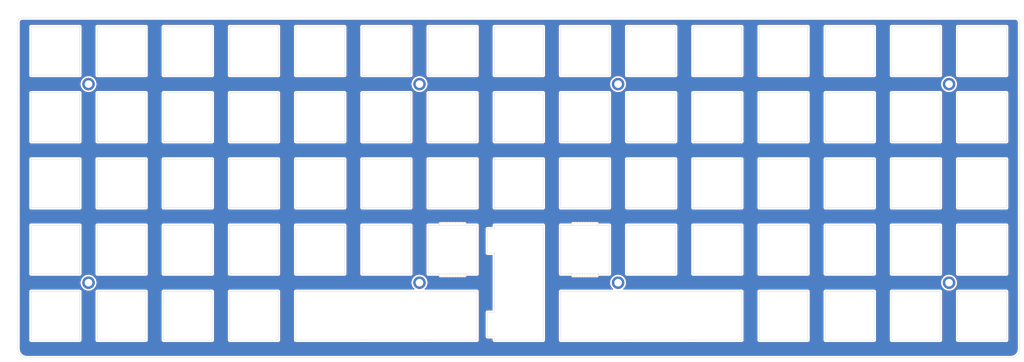
<source format=kicad_pcb>
(kicad_pcb (version 20171130) (host pcbnew "(5.1.5)-2")
  (layers (0 F.Cu signal) (31 B.Cu signal) (34 B.Paste user) (35 F.Paste user) (36 B.SilkS user) (37 F.SilkS user) (38 B.Mask user) (39 F.Mask user) (44 Edge.Cuts user))
  (net 0 "")
  (module Keebio-Parts:M2_HOLE_3.6 (layer F.Cu) (at 318.77 95.25)
    (fp_text reference Ref** hide)
    (fp_text value Val** hide)
    (pad "" thru_hole circle (at 0 0) (size 3.6 3.6) (drill 2.2) (layers *.Cu *.Mask))
  )
  (module Keebio-Parts:M2_HOLE_3.6 (layer F.Cu) (at 318.77 152.4)
    (fp_text reference Ref** hide)
    (fp_text value Val** hide)
    (pad "" thru_hole circle (at 0 0) (size 3.6 3.6) (drill 2.2) (layers *.Cu *.Mask))
  )
  (module Keebio-Parts:M2_HOLE_3.6 (layer F.Cu) (at 223.52 152.4)
    (fp_text reference Ref** hide)
    (fp_text value Val** hide)
    (pad "" thru_hole circle (at 0 0) (size 3.6 3.6) (drill 2.2) (layers *.Cu *.Mask))
  )
  (module Keebio-Parts:M2_HOLE_3.6 (layer F.Cu) (at 223.52 95.25)
    (fp_text reference Ref** hide)
    (fp_text value Val** hide)
    (pad "" thru_hole circle (at 0 0) (size 3.6 3.6) (drill 2.2) (layers *.Cu *.Mask))
  )
  (module Keebio-Parts:M2_HOLE_3.6 (layer F.Cu) (at 166.37 95.25)
    (fp_text reference Ref** hide)
    (fp_text value Val** hide)
    (pad "" thru_hole circle (at 0 0) (size 3.6 3.6) (drill 2.2) (layers *.Cu *.Mask))
  )
  (module Keebio-Parts:M2_HOLE_3.6 (layer F.Cu) (at 166.37 152.4)
    (fp_text reference Ref** hide)
    (fp_text value Val** hide)
    (pad "" thru_hole circle (at 0 0) (size 3.6 3.6) (drill 2.2) (layers *.Cu *.Mask))
  )
  (module Keebio-Parts:M2_HOLE_3.6 (layer F.Cu) (at 71.12 152.4)
    (fp_text reference Ref** hide)
    (fp_text value Val** hide)
    (pad "" thru_hole circle (at 0 0) (size 3.6 3.6) (drill 2.2) (layers *.Cu *.Mask))
  )
  (module Keebio-Parts:M2_HOLE_3.6 (layer F.Cu) (at 71.12 95.25)
    (fp_text reference Ref** hide)
    (fp_text value Val** hide)
    (pad "" thru_hole circle (at 0 0) (size 3.6 3.6) (drill 2.2) (layers *.Cu *.Mask))
  )
  (gr_line (start 211.836 135.001) (end 211.582 135.001) (layer F.SilkS) (width 0.12))
  (gr_line (start 211.582 135.001) (end 211.836 135.001) (layer B.SilkS) (width 0.12))
  (gr_line (start 213.36 135.001) (end 213.106 135.001) (layer F.SilkS) (width 0.12))
  (gr_line (start 213.106 135.001) (end 213.36 135.001) (layer B.SilkS) (width 0.12))
  (gr_line (start 214.884 135.001) (end 214.63 135.001) (layer F.SilkS) (width 0.12))
  (gr_line (start 214.63 135.001) (end 214.884 135.001) (layer B.SilkS) (width 0.12))
  (gr_line (start 216.408 135.001) (end 216.154 135.001) (layer F.SilkS) (width 0.12))
  (gr_line (start 216.154 135.001) (end 216.408 135.001) (layer B.SilkS) (width 0.12))
  (gr_line (start 217.17 135.001) (end 216.916 135.001) (layer F.SilkS) (width 0.12))
  (gr_line (start 216.916 135.001) (end 217.17 135.001) (layer B.SilkS) (width 0.12))
  (gr_line (start 175.768 135.001) (end 176.022 135.001) (layer B.SilkS) (width 0.12))
  (gr_line (start 178.054 135.001) (end 178.308 135.001) (layer B.SilkS) (width 0.12))
  (gr_line (start 176.53 135.001) (end 176.784 135.001) (layer B.SilkS) (width 0.12))
  (gr_line (start 172.72 135.001) (end 172.974 135.001) (layer B.SilkS) (width 0.12))
  (gr_line (start 172.085 135.255) (end 172.085 135.001) (layer B.SilkS) (width 0.12))
  (gr_line (start 173.482 135.001) (end 173.736 135.001) (layer B.SilkS) (width 0.12))
  (gr_line (start 179.451 135.001) (end 179.705 135.001) (layer B.SilkS) (width 0.12))
  (gr_line (start 175.006 135.001) (end 175.26 135.001) (layer B.SilkS) (width 0.12))
  (gr_line (start 177.292 135.001) (end 177.546 135.001) (layer B.SilkS) (width 0.12))
  (gr_line (start 179.705 135.255) (end 179.705 135.001) (layer B.SilkS) (width 0.12))
  (gr_line (start 179.705 135.89) (end 179.705 135.636) (layer B.SilkS) (width 0.12))
  (gr_line (start 172.085 135.89) (end 172.085 135.636) (layer B.SilkS) (width 0.12))
  (gr_line (start 172.085 135.001) (end 172.339 135.001) (layer B.SilkS) (width 0.12))
  (gr_line (start 174.244 135.001) (end 174.498 135.001) (layer B.SilkS) (width 0.12))
  (gr_line (start 178.816 135.001) (end 179.07 135.001) (layer B.SilkS) (width 0.12))
  (gr_line (start 176.022 135.001) (end 175.768 135.001) (layer F.SilkS) (width 0.12))
  (gr_line (start 175.26 135.001) (end 175.006 135.001) (layer F.SilkS) (width 0.12))
  (gr_line (start 174.498 135.001) (end 174.244 135.001) (layer F.SilkS) (width 0.12))
  (gr_line (start 178.308 135.001) (end 178.054 135.001) (layer F.SilkS) (width 0.12))
  (gr_line (start 173.736 135.001) (end 173.482 135.001) (layer F.SilkS) (width 0.12))
  (gr_line (start 179.705 135.001) (end 179.451 135.001) (layer F.SilkS) (width 0.12))
  (gr_line (start 179.705 135.636) (end 179.705 135.89) (layer F.SilkS) (width 0.12))
  (gr_line (start 179.07 135.001) (end 178.816 135.001) (layer F.SilkS) (width 0.12))
  (gr_line (start 172.974 135.001) (end 172.72 135.001) (layer F.SilkS) (width 0.12))
  (gr_line (start 179.705 135.001) (end 179.705 135.255) (layer F.SilkS) (width 0.12))
  (gr_line (start 177.546 135.001) (end 177.292 135.001) (layer F.SilkS) (width 0.12))
  (gr_line (start 172.339 135.001) (end 172.085 135.001) (layer F.SilkS) (width 0.12))
  (gr_line (start 172.085 135.255) (end 172.085 135.001) (layer F.SilkS) (width 0.12))
  (gr_line (start 172.085 135.89) (end 172.085 135.636) (layer F.SilkS) (width 0.12))
  (gr_line (start 176.022 150.749) (end 175.768 150.749) (layer B.SilkS) (width 0.12))
  (gr_line (start 173.736 150.749) (end 173.482 150.749) (layer B.SilkS) (width 0.12))
  (gr_line (start 175.26 150.749) (end 175.006 150.749) (layer B.SilkS) (width 0.12))
  (gr_line (start 179.07 150.749) (end 178.816 150.749) (layer B.SilkS) (width 0.12))
  (gr_line (start 179.705 150.495) (end 179.705 150.749) (layer B.SilkS) (width 0.12))
  (gr_line (start 178.308 150.749) (end 178.054 150.749) (layer B.SilkS) (width 0.12))
  (gr_line (start 172.339 150.749) (end 172.085 150.749) (layer B.SilkS) (width 0.12))
  (gr_line (start 176.784 150.749) (end 176.53 150.749) (layer B.SilkS) (width 0.12))
  (gr_line (start 174.498 150.749) (end 174.244 150.749) (layer B.SilkS) (width 0.12))
  (gr_line (start 172.085 150.495) (end 172.085 150.749) (layer B.SilkS) (width 0.12))
  (gr_line (start 172.085 149.86) (end 172.085 150.114) (layer B.SilkS) (width 0.12))
  (gr_line (start 179.705 149.86) (end 179.705 150.114) (layer B.SilkS) (width 0.12))
  (gr_line (start 179.705 150.749) (end 179.451 150.749) (layer B.SilkS) (width 0.12))
  (gr_line (start 177.546 150.749) (end 177.292 150.749) (layer B.SilkS) (width 0.12))
  (gr_line (start 172.974 150.749) (end 172.72 150.749) (layer B.SilkS) (width 0.12))
  (gr_line (start 175.768 150.749) (end 176.022 150.749) (layer F.SilkS) (width 0.12))
  (gr_line (start 176.53 150.749) (end 176.784 150.749) (layer F.SilkS) (width 0.12))
  (gr_line (start 177.292 150.749) (end 177.546 150.749) (layer F.SilkS) (width 0.12))
  (gr_line (start 173.482 150.749) (end 173.736 150.749) (layer F.SilkS) (width 0.12))
  (gr_line (start 178.054 150.749) (end 178.308 150.749) (layer F.SilkS) (width 0.12))
  (gr_line (start 172.085 150.749) (end 172.339 150.749) (layer F.SilkS) (width 0.12))
  (gr_line (start 172.085 150.114) (end 172.085 149.86) (layer F.SilkS) (width 0.12))
  (gr_line (start 172.72 150.749) (end 172.974 150.749) (layer F.SilkS) (width 0.12))
  (gr_line (start 178.816 150.749) (end 179.07 150.749) (layer F.SilkS) (width 0.12))
  (gr_line (start 175.006 150.749) (end 175.26 150.749) (layer F.SilkS) (width 0.12))
  (gr_line (start 172.085 150.749) (end 172.085 150.495) (layer F.SilkS) (width 0.12))
  (gr_line (start 174.244 150.749) (end 174.498 150.749) (layer F.SilkS) (width 0.12))
  (gr_line (start 179.451 150.749) (end 179.705 150.749) (layer F.SilkS) (width 0.12))
  (gr_line (start 179.705 150.495) (end 179.705 150.749) (layer F.SilkS) (width 0.12))
  (gr_line (start 179.705 149.86) (end 179.705 150.114) (layer F.SilkS) (width 0.12))
  (gr_line (start 214.122 150.749) (end 213.868 150.749) (layer B.SilkS) (width 0.12))
  (gr_line (start 211.836 150.749) (end 211.582 150.749) (layer B.SilkS) (width 0.12))
  (gr_line (start 213.36 150.749) (end 213.106 150.749) (layer B.SilkS) (width 0.12))
  (gr_line (start 217.17 150.749) (end 216.916 150.749) (layer B.SilkS) (width 0.12))
  (gr_line (start 217.805 150.495) (end 217.805 150.749) (layer B.SilkS) (width 0.12))
  (gr_line (start 216.408 150.749) (end 216.154 150.749) (layer B.SilkS) (width 0.12))
  (gr_line (start 210.439 150.749) (end 210.185 150.749) (layer B.SilkS) (width 0.12))
  (gr_line (start 214.884 150.749) (end 214.63 150.749) (layer B.SilkS) (width 0.12))
  (gr_line (start 212.598 150.749) (end 212.344 150.749) (layer B.SilkS) (width 0.12))
  (gr_line (start 210.185 150.495) (end 210.185 150.749) (layer B.SilkS) (width 0.12))
  (gr_line (start 210.185 149.86) (end 210.185 150.114) (layer B.SilkS) (width 0.12))
  (gr_line (start 217.805 149.86) (end 217.805 150.114) (layer B.SilkS) (width 0.12))
  (gr_line (start 217.805 150.749) (end 217.551 150.749) (layer B.SilkS) (width 0.12))
  (gr_line (start 215.646 150.749) (end 215.392 150.749) (layer B.SilkS) (width 0.12))
  (gr_line (start 211.074 150.749) (end 210.82 150.749) (layer B.SilkS) (width 0.12))
  (gr_line (start 213.868 150.749) (end 214.122 150.749) (layer F.SilkS) (width 0.12))
  (gr_line (start 214.63 150.749) (end 214.884 150.749) (layer F.SilkS) (width 0.12))
  (gr_line (start 215.392 150.749) (end 215.646 150.749) (layer F.SilkS) (width 0.12))
  (gr_line (start 211.582 150.749) (end 211.836 150.749) (layer F.SilkS) (width 0.12))
  (gr_line (start 216.154 150.749) (end 216.408 150.749) (layer F.SilkS) (width 0.12))
  (gr_line (start 210.82 150.749) (end 211.074 150.749) (layer F.SilkS) (width 0.12))
  (gr_line (start 216.916 150.749) (end 217.17 150.749) (layer F.SilkS) (width 0.12))
  (gr_line (start 213.106 150.749) (end 213.36 150.749) (layer F.SilkS) (width 0.12))
  (gr_line (start 212.344 150.749) (end 212.598 150.749) (layer F.SilkS) (width 0.12))
  (gr_line (start 217.551 150.749) (end 217.805 150.749) (layer F.SilkS) (width 0.12))
  (gr_line (start 217.805 150.495) (end 217.805 150.749) (layer F.SilkS) (width 0.12))
  (gr_line (start 217.805 149.86) (end 217.805 150.114) (layer F.SilkS) (width 0.12))
  (gr_line (start 217.805 135.89) (end 217.805 135.636) (layer B.SilkS) (width 0.12))
  (gr_line (start 217.805 135.255) (end 217.805 135.001) (layer B.SilkS) (width 0.12))
  (gr_line (start 217.551 135.001) (end 217.805 135.001) (layer B.SilkS) (width 0.12))
  (gr_line (start 215.392 135.001) (end 215.646 135.001) (layer B.SilkS) (width 0.12))
  (gr_line (start 213.868 135.001) (end 214.122 135.001) (layer B.SilkS) (width 0.12))
  (gr_line (start 212.344 135.001) (end 212.598 135.001) (layer B.SilkS) (width 0.12))
  (gr_line (start 210.82 135.001) (end 211.074 135.001) (layer B.SilkS) (width 0.12))
  (gr_line (start 210.185 135.001) (end 210.439 135.001) (layer B.SilkS) (width 0.12))
  (gr_line (start 210.185 135.255) (end 210.185 135.001) (layer B.SilkS) (width 0.12))
  (gr_line (start 210.185 135.89) (end 210.185 135.636) (layer B.SilkS) (width 0.12))
  (gr_line (start 175.768 150.749) (end 176.022 150.749) (layer F.SilkS) (width 0.12))
  (gr_line (start 176.53 150.749) (end 176.784 150.749) (layer F.SilkS) (width 0.12))
  (gr_line (start 177.292 150.749) (end 177.546 150.749) (layer F.SilkS) (width 0.12))
  (gr_line (start 173.482 150.749) (end 173.736 150.749) (layer F.SilkS) (width 0.12))
  (gr_line (start 178.054 150.749) (end 178.308 150.749) (layer F.SilkS) (width 0.12))
  (gr_line (start 172.085 150.749) (end 172.339 150.749) (layer F.SilkS) (width 0.12))
  (gr_line (start 172.085 150.114) (end 172.085 149.86) (layer F.SilkS) (width 0.12))
  (gr_line (start 172.72 150.749) (end 172.974 150.749) (layer F.SilkS) (width 0.12))
  (gr_line (start 178.816 150.749) (end 179.07 150.749) (layer F.SilkS) (width 0.12))
  (gr_line (start 175.006 150.749) (end 175.26 150.749) (layer F.SilkS) (width 0.12))
  (gr_line (start 172.085 150.749) (end 172.085 150.495) (layer F.SilkS) (width 0.12))
  (gr_line (start 174.244 150.749) (end 174.498 150.749) (layer F.SilkS) (width 0.12))
  (gr_line (start 179.451 150.749) (end 179.705 150.749) (layer F.SilkS) (width 0.12))
  (gr_line (start 179.705 150.495) (end 179.705 150.749) (layer F.SilkS) (width 0.12))
  (gr_line (start 179.705 149.86) (end 179.705 150.114) (layer F.SilkS) (width 0.12))
  (gr_line (start 176.022 135.001) (end 175.768 135.001) (layer F.SilkS) (width 0.12))
  (gr_line (start 175.26 135.001) (end 175.006 135.001) (layer F.SilkS) (width 0.12))
  (gr_line (start 174.498 135.001) (end 174.244 135.001) (layer F.SilkS) (width 0.12))
  (gr_line (start 178.308 135.001) (end 178.054 135.001) (layer F.SilkS) (width 0.12))
  (gr_line (start 173.736 135.001) (end 173.482 135.001) (layer F.SilkS) (width 0.12))
  (gr_line (start 179.705 135.001) (end 179.451 135.001) (layer F.SilkS) (width 0.12))
  (gr_line (start 179.705 135.636) (end 179.705 135.89) (layer F.SilkS) (width 0.12))
  (gr_line (start 179.07 135.001) (end 178.816 135.001) (layer F.SilkS) (width 0.12))
  (gr_line (start 172.974 135.001) (end 172.72 135.001) (layer F.SilkS) (width 0.12))
  (gr_line (start 176.784 135.001) (end 176.53 135.001) (layer F.SilkS) (width 0.12))
  (gr_line (start 179.705 135.001) (end 179.705 135.255) (layer F.SilkS) (width 0.12))
  (gr_line (start 177.546 135.001) (end 177.292 135.001) (layer F.SilkS) (width 0.12))
  (gr_line (start 172.339 135.001) (end 172.085 135.001) (layer F.SilkS) (width 0.12))
  (gr_line (start 172.085 135.255) (end 172.085 135.001) (layer F.SilkS) (width 0.12))
  (gr_line (start 172.085 135.89) (end 172.085 135.636) (layer F.SilkS) (width 0.12))
  (gr_line (start 213.868 150.749) (end 214.122 150.749) (layer F.SilkS) (width 0.12))
  (gr_line (start 214.63 150.749) (end 214.884 150.749) (layer F.SilkS) (width 0.12))
  (gr_line (start 215.392 150.749) (end 215.646 150.749) (layer F.SilkS) (width 0.12))
  (gr_line (start 211.582 150.749) (end 211.836 150.749) (layer F.SilkS) (width 0.12))
  (gr_line (start 216.154 150.749) (end 216.408 150.749) (layer F.SilkS) (width 0.12))
  (gr_line (start 210.185 150.749) (end 210.439 150.749) (layer F.SilkS) (width 0.12))
  (gr_line (start 210.185 150.114) (end 210.185 149.86) (layer F.SilkS) (width 0.12))
  (gr_line (start 210.82 150.749) (end 211.074 150.749) (layer F.SilkS) (width 0.12))
  (gr_line (start 216.916 150.749) (end 217.17 150.749) (layer F.SilkS) (width 0.12))
  (gr_line (start 213.106 150.749) (end 213.36 150.749) (layer F.SilkS) (width 0.12))
  (gr_line (start 210.185 150.749) (end 210.185 150.495) (layer F.SilkS) (width 0.12))
  (gr_line (start 212.344 150.749) (end 212.598 150.749) (layer F.SilkS) (width 0.12))
  (gr_line (start 217.551 150.749) (end 217.805 150.749) (layer F.SilkS) (width 0.12))
  (gr_line (start 217.805 150.495) (end 217.805 150.749) (layer F.SilkS) (width 0.12))
  (gr_line (start 217.805 149.86) (end 217.805 150.114) (layer F.SilkS) (width 0.12))
  (gr_line (start 217.805 135.636) (end 217.805 135.89) (layer F.SilkS) (width 0.12))
  (gr_line (start 217.805 135.001) (end 217.805 135.255) (layer F.SilkS) (width 0.12))
  (gr_line (start 217.805 135.001) (end 217.551 135.001) (layer F.SilkS) (width 0.12))
  (gr_line (start 215.646 135.001) (end 215.392 135.001) (layer F.SilkS) (width 0.12))
  (gr_line (start 214.122 135.001) (end 213.868 135.001) (layer F.SilkS) (width 0.12))
  (gr_line (start 212.598 135.001) (end 212.344 135.001) (layer F.SilkS) (width 0.12))
  (gr_line (start 211.074 135.001) (end 210.82 135.001) (layer F.SilkS) (width 0.12))
  (gr_line (start 210.439 135.001) (end 210.185 135.001) (layer F.SilkS) (width 0.12))
  (gr_line (start 210.185 135.89) (end 210.185 135.636) (layer F.SilkS) (width 0.12))
  (gr_line (start 210.185 135.255) (end 210.185 135.001) (layer F.SilkS) (width 0.12))
  (gr_line (start 187.945 143.875) (end 187.945 154.925) (layer Edge.Cuts) (width 0.1))
  (gr_line (start 187.945 135.875) (end 187.945 136.875) (layer Edge.Cuts) (width 0.1))
  (gr_line (start 187.945 154.925) (end 187.945 160.925) (layer Edge.Cuts) (width 0.1))
  (gr_line (start 185.945 160.925) (end 187.945 160.925) (layer Edge.Cuts) (width 0.1))
  (gr_line (start 185.945 167.925) (end 185.945 160.925) (layer Edge.Cuts) (width 0.1))
  (gr_line (start 187.945 167.925) (end 185.945 167.925) (layer Edge.Cuts) (width 0.1))
  (gr_line (start 185.945 143.875) (end 187.945 143.875) (layer Edge.Cuts) (width 0.1))
  (gr_line (start 185.945 136.875) (end 185.945 143.875) (layer Edge.Cuts) (width 0.1))
  (gr_line (start 187.945 136.875) (end 185.945 136.875) (layer Edge.Cuts) (width 0.1))
  (gr_line (start 321.295 154.925) (end 321.295 168.925) (layer Edge.Cuts) (width 0.1))
  (gr_line (start 335.295 168.925) (end 321.295 168.925) (layer Edge.Cuts) (width 0.1))
  (gr_line (start 335.295 135.875) (end 335.295 149.875) (layer Edge.Cuts) (width 0.1))
  (gr_line (start 335.295 154.925) (end 335.295 168.925) (layer Edge.Cuts) (width 0.1))
  (gr_line (start 335.295 149.875) (end 321.295 149.875) (layer Edge.Cuts) (width 0.1))
  (gr_line (start 335.295 154.925) (end 321.295 154.925) (layer Edge.Cuts) (width 0.1))
  (gr_line (start 335.295 135.875) (end 321.295 135.875) (layer Edge.Cuts) (width 0.1))
  (gr_line (start 321.295 135.875) (end 321.295 149.875) (layer Edge.Cuts) (width 0.1))
  (gr_line (start 321.295 116.825) (end 321.295 130.825) (layer Edge.Cuts) (width 0.1))
  (gr_line (start 335.295 130.825) (end 321.295 130.825) (layer Edge.Cuts) (width 0.1))
  (gr_line (start 335.295 116.825) (end 321.295 116.825) (layer Edge.Cuts) (width 0.1))
  (gr_line (start 335.295 116.825) (end 335.295 130.825) (layer Edge.Cuts) (width 0.1))
  (gr_line (start 321.295 78.725) (end 321.295 92.725) (layer Edge.Cuts) (width 0.1))
  (gr_line (start 335.295 92.725) (end 321.295 92.725) (layer Edge.Cuts) (width 0.1))
  (gr_line (start 335.295 78.725) (end 321.295 78.725) (layer Edge.Cuts) (width 0.1))
  (gr_line (start 335.295 78.725) (end 335.295 92.725) (layer Edge.Cuts) (width 0.1))
  (gr_line (start 335.295 97.775) (end 321.295 97.775) (layer Edge.Cuts) (width 0.1))
  (gr_line (start 321.295 97.775) (end 321.295 111.775) (layer Edge.Cuts) (width 0.1))
  (gr_line (start 335.295 111.775) (end 321.295 111.775) (layer Edge.Cuts) (width 0.1))
  (gr_line (start 335.295 97.775) (end 335.295 111.775) (layer Edge.Cuts) (width 0.1))
  (gr_line (start 302.245 154.925) (end 302.245 168.925) (layer Edge.Cuts) (width 0.1))
  (gr_line (start 316.245 168.925) (end 302.245 168.925) (layer Edge.Cuts) (width 0.1))
  (gr_line (start 316.245 135.875) (end 316.245 149.875) (layer Edge.Cuts) (width 0.1))
  (gr_line (start 316.245 154.925) (end 316.245 168.925) (layer Edge.Cuts) (width 0.1))
  (gr_line (start 316.245 149.875) (end 302.245 149.875) (layer Edge.Cuts) (width 0.1))
  (gr_line (start 316.245 154.925) (end 302.245 154.925) (layer Edge.Cuts) (width 0.1))
  (gr_line (start 316.245 135.875) (end 302.245 135.875) (layer Edge.Cuts) (width 0.1))
  (gr_line (start 302.245 135.875) (end 302.245 149.875) (layer Edge.Cuts) (width 0.1))
  (gr_line (start 302.245 116.825) (end 302.245 130.825) (layer Edge.Cuts) (width 0.1))
  (gr_line (start 316.245 130.825) (end 302.245 130.825) (layer Edge.Cuts) (width 0.1))
  (gr_line (start 316.245 116.825) (end 302.245 116.825) (layer Edge.Cuts) (width 0.1))
  (gr_line (start 316.245 116.825) (end 316.245 130.825) (layer Edge.Cuts) (width 0.1))
  (gr_line (start 302.245 78.725) (end 302.245 92.725) (layer Edge.Cuts) (width 0.1))
  (gr_line (start 316.245 92.725) (end 302.245 92.725) (layer Edge.Cuts) (width 0.1))
  (gr_line (start 316.245 78.725) (end 302.245 78.725) (layer Edge.Cuts) (width 0.1))
  (gr_line (start 316.245 78.725) (end 316.245 92.725) (layer Edge.Cuts) (width 0.1))
  (gr_line (start 316.245 97.775) (end 302.245 97.775) (layer Edge.Cuts) (width 0.1))
  (gr_line (start 302.245 97.775) (end 302.245 111.775) (layer Edge.Cuts) (width 0.1))
  (gr_line (start 316.245 111.775) (end 302.245 111.775) (layer Edge.Cuts) (width 0.1))
  (gr_line (start 316.245 97.775) (end 316.245 111.775) (layer Edge.Cuts) (width 0.1))
  (gr_line (start 283.195 154.925) (end 283.195 168.925) (layer Edge.Cuts) (width 0.1))
  (gr_line (start 297.195 168.925) (end 283.195 168.925) (layer Edge.Cuts) (width 0.1))
  (gr_line (start 297.195 135.875) (end 297.195 149.875) (layer Edge.Cuts) (width 0.1))
  (gr_line (start 297.195 154.925) (end 297.195 168.925) (layer Edge.Cuts) (width 0.1))
  (gr_line (start 297.195 149.875) (end 283.195 149.875) (layer Edge.Cuts) (width 0.1))
  (gr_line (start 297.195 154.925) (end 283.195 154.925) (layer Edge.Cuts) (width 0.1))
  (gr_line (start 297.195 135.875) (end 283.195 135.875) (layer Edge.Cuts) (width 0.1))
  (gr_line (start 283.195 135.875) (end 283.195 149.875) (layer Edge.Cuts) (width 0.1))
  (gr_line (start 283.195 116.825) (end 283.195 130.825) (layer Edge.Cuts) (width 0.1))
  (gr_line (start 297.195 130.825) (end 283.195 130.825) (layer Edge.Cuts) (width 0.1))
  (gr_line (start 297.195 116.825) (end 283.195 116.825) (layer Edge.Cuts) (width 0.1))
  (gr_line (start 297.195 116.825) (end 297.195 130.825) (layer Edge.Cuts) (width 0.1))
  (gr_line (start 283.195 78.725) (end 283.195 92.725) (layer Edge.Cuts) (width 0.1))
  (gr_line (start 297.195 92.725) (end 283.195 92.725) (layer Edge.Cuts) (width 0.1))
  (gr_line (start 297.195 78.725) (end 283.195 78.725) (layer Edge.Cuts) (width 0.1))
  (gr_line (start 297.195 78.725) (end 297.195 92.725) (layer Edge.Cuts) (width 0.1))
  (gr_line (start 297.195 97.775) (end 283.195 97.775) (layer Edge.Cuts) (width 0.1))
  (gr_line (start 283.195 97.775) (end 283.195 111.775) (layer Edge.Cuts) (width 0.1))
  (gr_line (start 297.195 111.775) (end 283.195 111.775) (layer Edge.Cuts) (width 0.1))
  (gr_line (start 297.195 97.775) (end 297.195 111.775) (layer Edge.Cuts) (width 0.1))
  (gr_line (start 264.145 154.925) (end 264.145 168.925) (layer Edge.Cuts) (width 0.1))
  (gr_line (start 278.145 168.925) (end 264.145 168.925) (layer Edge.Cuts) (width 0.1))
  (gr_line (start 278.145 135.875) (end 278.145 149.875) (layer Edge.Cuts) (width 0.1))
  (gr_line (start 278.145 154.925) (end 278.145 168.925) (layer Edge.Cuts) (width 0.1))
  (gr_line (start 278.145 149.875) (end 264.145 149.875) (layer Edge.Cuts) (width 0.1))
  (gr_line (start 278.145 154.925) (end 264.145 154.925) (layer Edge.Cuts) (width 0.1))
  (gr_line (start 278.145 135.875) (end 264.145 135.875) (layer Edge.Cuts) (width 0.1))
  (gr_line (start 264.145 135.875) (end 264.145 149.875) (layer Edge.Cuts) (width 0.1))
  (gr_line (start 264.145 116.825) (end 264.145 130.825) (layer Edge.Cuts) (width 0.1))
  (gr_line (start 278.145 130.825) (end 264.145 130.825) (layer Edge.Cuts) (width 0.1))
  (gr_line (start 278.145 116.825) (end 264.145 116.825) (layer Edge.Cuts) (width 0.1))
  (gr_line (start 278.145 116.825) (end 278.145 130.825) (layer Edge.Cuts) (width 0.1))
  (gr_line (start 264.145 78.725) (end 264.145 92.725) (layer Edge.Cuts) (width 0.1))
  (gr_line (start 278.145 92.725) (end 264.145 92.725) (layer Edge.Cuts) (width 0.1))
  (gr_line (start 278.145 78.725) (end 264.145 78.725) (layer Edge.Cuts) (width 0.1))
  (gr_line (start 278.145 78.725) (end 278.145 92.725) (layer Edge.Cuts) (width 0.1))
  (gr_line (start 278.145 97.775) (end 264.145 97.775) (layer Edge.Cuts) (width 0.1))
  (gr_line (start 264.145 97.775) (end 264.145 111.775) (layer Edge.Cuts) (width 0.1))
  (gr_line (start 278.145 111.775) (end 264.145 111.775) (layer Edge.Cuts) (width 0.1))
  (gr_line (start 278.145 97.775) (end 278.145 111.775) (layer Edge.Cuts) (width 0.1))
  (gr_line (start 259.095 168.925) (end 245.095 168.925) (layer Edge.Cuts) (width 0.1))
  (gr_line (start 259.095 135.875) (end 259.095 149.875) (layer Edge.Cuts) (width 0.1))
  (gr_line (start 259.095 154.925) (end 259.095 168.925) (layer Edge.Cuts) (width 0.1))
  (gr_line (start 259.095 149.875) (end 245.095 149.875) (layer Edge.Cuts) (width 0.1))
  (gr_line (start 259.095 154.925) (end 245.095 154.925) (layer Edge.Cuts) (width 0.1))
  (gr_line (start 259.095 135.875) (end 245.095 135.875) (layer Edge.Cuts) (width 0.1))
  (gr_line (start 245.095 135.875) (end 245.095 149.875) (layer Edge.Cuts) (width 0.1))
  (gr_line (start 245.095 116.825) (end 245.095 130.825) (layer Edge.Cuts) (width 0.1))
  (gr_line (start 259.095 130.825) (end 245.095 130.825) (layer Edge.Cuts) (width 0.1))
  (gr_line (start 259.095 116.825) (end 245.095 116.825) (layer Edge.Cuts) (width 0.1))
  (gr_line (start 259.095 116.825) (end 259.095 130.825) (layer Edge.Cuts) (width 0.1))
  (gr_line (start 245.095 78.725) (end 245.095 92.725) (layer Edge.Cuts) (width 0.1))
  (gr_line (start 259.095 92.725) (end 245.095 92.725) (layer Edge.Cuts) (width 0.1))
  (gr_line (start 259.095 78.725) (end 245.095 78.725) (layer Edge.Cuts) (width 0.1))
  (gr_line (start 259.095 78.725) (end 259.095 92.725) (layer Edge.Cuts) (width 0.1))
  (gr_line (start 259.095 97.775) (end 245.095 97.775) (layer Edge.Cuts) (width 0.1))
  (gr_line (start 245.095 97.775) (end 245.095 111.775) (layer Edge.Cuts) (width 0.1))
  (gr_line (start 259.095 111.775) (end 245.095 111.775) (layer Edge.Cuts) (width 0.1))
  (gr_line (start 259.095 97.775) (end 259.095 111.775) (layer Edge.Cuts) (width 0.1))
  (gr_line (start 245.095 168.925) (end 226.045 168.925) (layer Edge.Cuts) (width 0.1))
  (gr_line (start 240.045 135.875) (end 240.045 149.875) (layer Edge.Cuts) (width 0.1))
  (gr_line (start 240.045 149.875) (end 226.045 149.875) (layer Edge.Cuts) (width 0.1))
  (gr_line (start 245.095 154.925) (end 226.045 154.925) (layer Edge.Cuts) (width 0.1))
  (gr_line (start 240.045 135.875) (end 226.045 135.875) (layer Edge.Cuts) (width 0.1))
  (gr_line (start 226.045 135.875) (end 226.045 149.875) (layer Edge.Cuts) (width 0.1))
  (gr_line (start 226.045 116.825) (end 226.045 130.825) (layer Edge.Cuts) (width 0.1))
  (gr_line (start 240.045 130.825) (end 226.045 130.825) (layer Edge.Cuts) (width 0.1))
  (gr_line (start 240.045 116.825) (end 226.045 116.825) (layer Edge.Cuts) (width 0.1))
  (gr_line (start 240.045 116.825) (end 240.045 130.825) (layer Edge.Cuts) (width 0.1))
  (gr_line (start 226.045 78.725) (end 226.045 92.725) (layer Edge.Cuts) (width 0.1))
  (gr_line (start 240.045 92.725) (end 226.045 92.725) (layer Edge.Cuts) (width 0.1))
  (gr_line (start 240.045 78.725) (end 226.045 78.725) (layer Edge.Cuts) (width 0.1))
  (gr_line (start 240.045 78.725) (end 240.045 92.725) (layer Edge.Cuts) (width 0.1))
  (gr_line (start 240.045 97.775) (end 226.045 97.775) (layer Edge.Cuts) (width 0.1))
  (gr_line (start 226.045 97.775) (end 226.045 111.775) (layer Edge.Cuts) (width 0.1))
  (gr_line (start 240.045 111.775) (end 226.045 111.775) (layer Edge.Cuts) (width 0.1))
  (gr_line (start 240.045 97.775) (end 240.045 111.775) (layer Edge.Cuts) (width 0.1))
  (gr_line (start 206.995 154.925) (end 206.995 168.925) (layer Edge.Cuts) (width 0.1))
  (gr_line (start 226.045 168.925) (end 206.995 168.925) (layer Edge.Cuts) (width 0.1))
  (gr_line (start 220.995 135.875) (end 220.995 149.875) (layer Edge.Cuts) (width 0.1))
  (gr_line (start 220.995 149.875) (end 206.995 149.875) (layer Edge.Cuts) (width 0.1))
  (gr_line (start 226.045 154.925) (end 206.995 154.925) (layer Edge.Cuts) (width 0.1))
  (gr_line (start 220.995 135.875) (end 206.995 135.875) (layer Edge.Cuts) (width 0.1))
  (gr_line (start 206.995 135.875) (end 206.995 149.875) (layer Edge.Cuts) (width 0.1))
  (gr_line (start 206.995 116.825) (end 206.995 130.825) (layer Edge.Cuts) (width 0.1))
  (gr_line (start 220.995 130.825) (end 206.995 130.825) (layer Edge.Cuts) (width 0.1))
  (gr_line (start 220.995 116.825) (end 206.995 116.825) (layer Edge.Cuts) (width 0.1))
  (gr_line (start 220.995 116.825) (end 220.995 130.825) (layer Edge.Cuts) (width 0.1))
  (gr_line (start 206.995 78.725) (end 206.995 92.725) (layer Edge.Cuts) (width 0.1))
  (gr_line (start 220.995 92.725) (end 206.995 92.725) (layer Edge.Cuts) (width 0.1))
  (gr_line (start 220.995 78.725) (end 206.995 78.725) (layer Edge.Cuts) (width 0.1))
  (gr_line (start 220.995 78.725) (end 220.995 92.725) (layer Edge.Cuts) (width 0.1))
  (gr_line (start 220.995 97.775) (end 206.995 97.775) (layer Edge.Cuts) (width 0.1))
  (gr_line (start 206.995 97.775) (end 206.995 111.775) (layer Edge.Cuts) (width 0.1))
  (gr_line (start 220.995 111.775) (end 206.995 111.775) (layer Edge.Cuts) (width 0.1))
  (gr_line (start 220.995 97.775) (end 220.995 111.775) (layer Edge.Cuts) (width 0.1))
  (gr_line (start 187.945 167.925) (end 187.945 168.925) (layer Edge.Cuts) (width 0.1))
  (gr_line (start 201.945 168.925) (end 187.945 168.925) (layer Edge.Cuts) (width 0.1))
  (gr_line (start 201.945 135.875) (end 201.945 154.925) (layer Edge.Cuts) (width 0.1))
  (gr_line (start 201.945 154.925) (end 201.945 168.925) (layer Edge.Cuts) (width 0.1))
  (gr_line (start 201.945 135.875) (end 187.945 135.875) (layer Edge.Cuts) (width 0.1))
  (gr_line (start 187.945 116.825) (end 187.945 130.825) (layer Edge.Cuts) (width 0.1))
  (gr_line (start 201.945 130.825) (end 187.945 130.825) (layer Edge.Cuts) (width 0.1))
  (gr_line (start 201.945 116.825) (end 187.945 116.825) (layer Edge.Cuts) (width 0.1))
  (gr_line (start 201.945 116.825) (end 201.945 130.825) (layer Edge.Cuts) (width 0.1))
  (gr_line (start 187.945 78.725) (end 187.945 92.725) (layer Edge.Cuts) (width 0.1))
  (gr_line (start 201.945 92.725) (end 187.945 92.725) (layer Edge.Cuts) (width 0.1))
  (gr_line (start 201.945 78.725) (end 187.945 78.725) (layer Edge.Cuts) (width 0.1))
  (gr_line (start 201.945 78.725) (end 201.945 92.725) (layer Edge.Cuts) (width 0.1))
  (gr_line (start 201.945 97.775) (end 187.945 97.775) (layer Edge.Cuts) (width 0.1))
  (gr_line (start 187.945 97.775) (end 187.945 111.775) (layer Edge.Cuts) (width 0.1))
  (gr_line (start 201.945 111.775) (end 187.945 111.775) (layer Edge.Cuts) (width 0.1))
  (gr_line (start 201.945 97.775) (end 201.945 111.775) (layer Edge.Cuts) (width 0.1))
  (gr_line (start 182.895 168.925) (end 168.895 168.925) (layer Edge.Cuts) (width 0.1))
  (gr_line (start 182.895 135.875) (end 182.895 149.875) (layer Edge.Cuts) (width 0.1))
  (gr_line (start 182.895 154.925) (end 182.895 168.925) (layer Edge.Cuts) (width 0.1))
  (gr_line (start 182.895 149.875) (end 168.895 149.875) (layer Edge.Cuts) (width 0.1))
  (gr_line (start 182.895 154.925) (end 168.895 154.925) (layer Edge.Cuts) (width 0.1))
  (gr_line (start 182.895 135.875) (end 168.895 135.875) (layer Edge.Cuts) (width 0.1))
  (gr_line (start 168.895 135.875) (end 168.895 149.875) (layer Edge.Cuts) (width 0.1))
  (gr_line (start 168.895 116.825) (end 168.895 130.825) (layer Edge.Cuts) (width 0.1))
  (gr_line (start 182.895 130.825) (end 168.895 130.825) (layer Edge.Cuts) (width 0.1))
  (gr_line (start 182.895 116.825) (end 168.895 116.825) (layer Edge.Cuts) (width 0.1))
  (gr_line (start 182.895 116.825) (end 182.895 130.825) (layer Edge.Cuts) (width 0.1))
  (gr_line (start 168.895 78.725) (end 168.895 92.725) (layer Edge.Cuts) (width 0.1))
  (gr_line (start 182.895 92.725) (end 168.895 92.725) (layer Edge.Cuts) (width 0.1))
  (gr_line (start 182.895 78.725) (end 168.895 78.725) (layer Edge.Cuts) (width 0.1))
  (gr_line (start 182.895 78.725) (end 182.895 92.725) (layer Edge.Cuts) (width 0.1))
  (gr_line (start 182.895 97.775) (end 168.895 97.775) (layer Edge.Cuts) (width 0.1))
  (gr_line (start 168.895 97.775) (end 168.895 111.775) (layer Edge.Cuts) (width 0.1))
  (gr_line (start 182.895 111.775) (end 168.895 111.775) (layer Edge.Cuts) (width 0.1))
  (gr_line (start 182.895 97.775) (end 182.895 111.775) (layer Edge.Cuts) (width 0.1))
  (gr_line (start 168.895 168.925) (end 149.845 168.925) (layer Edge.Cuts) (width 0.1))
  (gr_line (start 163.845 135.875) (end 163.845 149.875) (layer Edge.Cuts) (width 0.1))
  (gr_line (start 163.845 149.875) (end 149.845 149.875) (layer Edge.Cuts) (width 0.1))
  (gr_line (start 168.895 154.925) (end 149.845 154.925) (layer Edge.Cuts) (width 0.1))
  (gr_line (start 163.845 135.875) (end 149.845 135.875) (layer Edge.Cuts) (width 0.1))
  (gr_line (start 149.845 135.875) (end 149.845 149.875) (layer Edge.Cuts) (width 0.1))
  (gr_line (start 149.845 116.825) (end 149.845 130.825) (layer Edge.Cuts) (width 0.1))
  (gr_line (start 163.845 130.825) (end 149.845 130.825) (layer Edge.Cuts) (width 0.1))
  (gr_line (start 163.845 116.825) (end 149.845 116.825) (layer Edge.Cuts) (width 0.1))
  (gr_line (start 163.845 116.825) (end 163.845 130.825) (layer Edge.Cuts) (width 0.1))
  (gr_line (start 149.845 78.725) (end 149.845 92.725) (layer Edge.Cuts) (width 0.1))
  (gr_line (start 163.845 92.725) (end 149.845 92.725) (layer Edge.Cuts) (width 0.1))
  (gr_line (start 163.845 78.725) (end 149.845 78.725) (layer Edge.Cuts) (width 0.1))
  (gr_line (start 163.845 78.725) (end 163.845 92.725) (layer Edge.Cuts) (width 0.1))
  (gr_line (start 163.845 97.775) (end 149.845 97.775) (layer Edge.Cuts) (width 0.1))
  (gr_line (start 149.845 97.775) (end 149.845 111.775) (layer Edge.Cuts) (width 0.1))
  (gr_line (start 163.845 111.775) (end 149.845 111.775) (layer Edge.Cuts) (width 0.1))
  (gr_line (start 163.845 97.775) (end 163.845 111.775) (layer Edge.Cuts) (width 0.1))
  (gr_line (start 130.795 154.925) (end 130.795 168.925) (layer Edge.Cuts) (width 0.1))
  (gr_line (start 149.845 168.925) (end 130.795 168.925) (layer Edge.Cuts) (width 0.1))
  (gr_line (start 144.795 135.875) (end 144.795 149.875) (layer Edge.Cuts) (width 0.1))
  (gr_line (start 144.795 149.875) (end 130.795 149.875) (layer Edge.Cuts) (width 0.1))
  (gr_line (start 149.845 154.925) (end 130.795 154.925) (layer Edge.Cuts) (width 0.1))
  (gr_line (start 144.795 135.875) (end 130.795 135.875) (layer Edge.Cuts) (width 0.1))
  (gr_line (start 130.795 135.875) (end 130.795 149.875) (layer Edge.Cuts) (width 0.1))
  (gr_line (start 130.795 116.825) (end 130.795 130.825) (layer Edge.Cuts) (width 0.1))
  (gr_line (start 144.795 130.825) (end 130.795 130.825) (layer Edge.Cuts) (width 0.1))
  (gr_line (start 144.795 116.825) (end 130.795 116.825) (layer Edge.Cuts) (width 0.1))
  (gr_line (start 144.795 116.825) (end 144.795 130.825) (layer Edge.Cuts) (width 0.1))
  (gr_line (start 130.795 78.725) (end 130.795 92.725) (layer Edge.Cuts) (width 0.1))
  (gr_line (start 144.795 92.725) (end 130.795 92.725) (layer Edge.Cuts) (width 0.1))
  (gr_line (start 144.795 78.725) (end 130.795 78.725) (layer Edge.Cuts) (width 0.1))
  (gr_line (start 144.795 78.725) (end 144.795 92.725) (layer Edge.Cuts) (width 0.1))
  (gr_line (start 144.795 97.775) (end 130.795 97.775) (layer Edge.Cuts) (width 0.1))
  (gr_line (start 130.795 97.775) (end 130.795 111.775) (layer Edge.Cuts) (width 0.1))
  (gr_line (start 144.795 111.775) (end 130.795 111.775) (layer Edge.Cuts) (width 0.1))
  (gr_line (start 144.795 97.775) (end 144.795 111.775) (layer Edge.Cuts) (width 0.1))
  (gr_line (start 111.745 154.925) (end 111.745 168.925) (layer Edge.Cuts) (width 0.1))
  (gr_line (start 125.745 168.925) (end 111.745 168.925) (layer Edge.Cuts) (width 0.1))
  (gr_line (start 125.745 135.875) (end 125.745 149.875) (layer Edge.Cuts) (width 0.1))
  (gr_line (start 125.745 154.925) (end 125.745 168.925) (layer Edge.Cuts) (width 0.1))
  (gr_line (start 125.745 149.875) (end 111.745 149.875) (layer Edge.Cuts) (width 0.1))
  (gr_line (start 125.745 154.925) (end 111.745 154.925) (layer Edge.Cuts) (width 0.1))
  (gr_line (start 125.745 135.875) (end 111.745 135.875) (layer Edge.Cuts) (width 0.1))
  (gr_line (start 111.745 135.875) (end 111.745 149.875) (layer Edge.Cuts) (width 0.1))
  (gr_line (start 111.745 116.825) (end 111.745 130.825) (layer Edge.Cuts) (width 0.1))
  (gr_line (start 125.745 130.825) (end 111.745 130.825) (layer Edge.Cuts) (width 0.1))
  (gr_line (start 125.745 116.825) (end 111.745 116.825) (layer Edge.Cuts) (width 0.1))
  (gr_line (start 125.745 116.825) (end 125.745 130.825) (layer Edge.Cuts) (width 0.1))
  (gr_line (start 111.745 78.725) (end 111.745 92.725) (layer Edge.Cuts) (width 0.1))
  (gr_line (start 125.745 92.725) (end 111.745 92.725) (layer Edge.Cuts) (width 0.1))
  (gr_line (start 125.745 78.725) (end 111.745 78.725) (layer Edge.Cuts) (width 0.1))
  (gr_line (start 125.745 78.725) (end 125.745 92.725) (layer Edge.Cuts) (width 0.1))
  (gr_line (start 125.745 97.775) (end 111.745 97.775) (layer Edge.Cuts) (width 0.1))
  (gr_line (start 111.745 97.775) (end 111.745 111.775) (layer Edge.Cuts) (width 0.1))
  (gr_line (start 125.745 111.775) (end 111.745 111.775) (layer Edge.Cuts) (width 0.1))
  (gr_line (start 125.745 97.775) (end 125.745 111.775) (layer Edge.Cuts) (width 0.1))
  (gr_line (start 92.695 154.925) (end 92.695 168.925) (layer Edge.Cuts) (width 0.1))
  (gr_line (start 106.695 168.925) (end 92.695 168.925) (layer Edge.Cuts) (width 0.1))
  (gr_line (start 106.695 135.875) (end 106.695 149.875) (layer Edge.Cuts) (width 0.1))
  (gr_line (start 106.695 154.925) (end 106.695 168.925) (layer Edge.Cuts) (width 0.1))
  (gr_line (start 106.695 149.875) (end 92.695 149.875) (layer Edge.Cuts) (width 0.1))
  (gr_line (start 106.695 154.925) (end 92.695 154.925) (layer Edge.Cuts) (width 0.1))
  (gr_line (start 106.695 135.875) (end 92.695 135.875) (layer Edge.Cuts) (width 0.1))
  (gr_line (start 92.695 135.875) (end 92.695 149.875) (layer Edge.Cuts) (width 0.1))
  (gr_line (start 92.695 116.825) (end 92.695 130.825) (layer Edge.Cuts) (width 0.1))
  (gr_line (start 106.695 130.825) (end 92.695 130.825) (layer Edge.Cuts) (width 0.1))
  (gr_line (start 106.695 116.825) (end 92.695 116.825) (layer Edge.Cuts) (width 0.1))
  (gr_line (start 106.695 116.825) (end 106.695 130.825) (layer Edge.Cuts) (width 0.1))
  (gr_line (start 92.695 78.725) (end 92.695 92.725) (layer Edge.Cuts) (width 0.1))
  (gr_line (start 106.695 92.725) (end 92.695 92.725) (layer Edge.Cuts) (width 0.1))
  (gr_line (start 106.695 78.725) (end 92.695 78.725) (layer Edge.Cuts) (width 0.1))
  (gr_line (start 106.695 78.725) (end 106.695 92.725) (layer Edge.Cuts) (width 0.1))
  (gr_line (start 106.695 97.775) (end 92.695 97.775) (layer Edge.Cuts) (width 0.1))
  (gr_line (start 92.695 97.775) (end 92.695 111.775) (layer Edge.Cuts) (width 0.1))
  (gr_line (start 106.695 111.775) (end 92.695 111.775) (layer Edge.Cuts) (width 0.1))
  (gr_line (start 106.695 97.775) (end 106.695 111.775) (layer Edge.Cuts) (width 0.1))
  (gr_line (start 73.645 154.925) (end 73.645 168.925) (layer Edge.Cuts) (width 0.1))
  (gr_line (start 87.645 168.925) (end 73.645 168.925) (layer Edge.Cuts) (width 0.1))
  (gr_line (start 87.645 135.875) (end 87.645 149.875) (layer Edge.Cuts) (width 0.1))
  (gr_line (start 87.645 154.925) (end 87.645 168.925) (layer Edge.Cuts) (width 0.1))
  (gr_line (start 87.645 149.875) (end 73.645 149.875) (layer Edge.Cuts) (width 0.1))
  (gr_line (start 87.645 154.925) (end 73.645 154.925) (layer Edge.Cuts) (width 0.1))
  (gr_line (start 87.645 135.875) (end 73.645 135.875) (layer Edge.Cuts) (width 0.1))
  (gr_line (start 73.645 135.875) (end 73.645 149.875) (layer Edge.Cuts) (width 0.1))
  (gr_line (start 73.645 116.825) (end 73.645 130.825) (layer Edge.Cuts) (width 0.1))
  (gr_line (start 87.645 130.825) (end 73.645 130.825) (layer Edge.Cuts) (width 0.1))
  (gr_line (start 87.645 116.825) (end 73.645 116.825) (layer Edge.Cuts) (width 0.1))
  (gr_line (start 87.645 116.825) (end 87.645 130.825) (layer Edge.Cuts) (width 0.1))
  (gr_line (start 73.645 78.725) (end 73.645 92.725) (layer Edge.Cuts) (width 0.1))
  (gr_line (start 87.645 92.725) (end 73.645 92.725) (layer Edge.Cuts) (width 0.1))
  (gr_line (start 87.645 78.725) (end 73.645 78.725) (layer Edge.Cuts) (width 0.1))
  (gr_line (start 87.645 78.725) (end 87.645 92.725) (layer Edge.Cuts) (width 0.1))
  (gr_line (start 87.645 97.775) (end 73.645 97.775) (layer Edge.Cuts) (width 0.1))
  (gr_line (start 73.645 97.775) (end 73.645 111.775) (layer Edge.Cuts) (width 0.1))
  (gr_line (start 87.645 111.775) (end 73.645 111.775) (layer Edge.Cuts) (width 0.1))
  (gr_line (start 87.645 97.775) (end 87.645 111.775) (layer Edge.Cuts) (width 0.1))
  (gr_line (start 54.595 154.925) (end 54.595 168.925) (layer Edge.Cuts) (width 0.1))
  (gr_line (start 68.595 168.925) (end 54.595 168.925) (layer Edge.Cuts) (width 0.1))
  (gr_line (start 68.595 154.925) (end 54.595 154.925) (layer Edge.Cuts) (width 0.1))
  (gr_line (start 68.595 154.925) (end 68.595 168.925) (layer Edge.Cuts) (width 0.1))
  (gr_line (start 54.595 135.875) (end 54.595 149.875) (layer Edge.Cuts) (width 0.1))
  (gr_line (start 68.595 149.875) (end 54.595 149.875) (layer Edge.Cuts) (width 0.1))
  (gr_line (start 68.595 135.875) (end 54.595 135.875) (layer Edge.Cuts) (width 0.1))
  (gr_line (start 68.595 135.875) (end 68.595 149.875) (layer Edge.Cuts) (width 0.1))
  (gr_line (start 54.595 116.825) (end 54.595 130.825) (layer Edge.Cuts) (width 0.1))
  (gr_line (start 68.595 130.825) (end 54.595 130.825) (layer Edge.Cuts) (width 0.1))
  (gr_line (start 68.595 116.825) (end 54.595 116.825) (layer Edge.Cuts) (width 0.1))
  (gr_line (start 68.595 116.825) (end 68.595 130.825) (layer Edge.Cuts) (width 0.1))
  (gr_line (start 54.595 97.775) (end 54.595 111.775) (layer Edge.Cuts) (width 0.1))
  (gr_line (start 68.595 111.775) (end 54.595 111.775) (layer Edge.Cuts) (width 0.1))
  (gr_line (start 68.595 97.775) (end 54.595 97.775) (layer Edge.Cuts) (width 0.1))
  (gr_line (start 68.595 97.775) (end 68.595 111.775) (layer Edge.Cuts) (width 0.1))
  (gr_line (start 68.595 78.725) (end 68.595 92.725) (layer Edge.Cuts) (width 0.1))
  (gr_line (start 54.595 78.725) (end 54.595 92.725) (layer Edge.Cuts) (width 0.1))
  (gr_line (start 68.595 92.725) (end 54.595 92.725) (layer Edge.Cuts) (width 0.1))
  (gr_line (start 68.595 78.725) (end 54.595 78.725) (layer Edge.Cuts) (width 0.1))
  (gr_line (start 337.82 76.2) (end 52.07 76.2) (layer Edge.Cuts) (width 0.1))
  (gr_line (start 336.55 173.99) (end 53.34 173.99) (layer Edge.Cuts) (width 0.1))
  (gr_line (start 339.09 171.45) (end 339.09 77.47) (layer Edge.Cuts) (width 0.1))
  (gr_line (start 50.8 171.45) (end 50.8 77.47) (layer Edge.Cuts) (width 0.1))
  (gr_arc (start 53.34 171.45) (end 50.8 171.45) (angle -90) (layer Edge.Cuts) (width 0.1))
  (gr_arc (start 336.55 171.45) (end 336.55 173.99) (angle -90) (layer Edge.Cuts) (width 0.1))
  (gr_arc (start 337.82 77.47) (end 339.09 77.47) (angle -90) (layer Edge.Cuts) (width 0.1))
  (gr_arc (start 52.07 77.47) (end 52.07 76.2) (angle -90) (layer Edge.Cuts) (width 0.1))
  (zone (net 0) (net_name "") (layer F.Cu) (connect_pads (clearance 0.508)) (min_thickness 0.254) (fill yes (arc_segments 32) (thermal_gap 0.508) (thermal_bridge_width 0.508))
    (polygon (pts (xy 340.36 175.26) (xy 49.53 175.26) (xy 49.53 74.93) (xy 340.36 74.93)))
  )
  (zone (net 0) (net_name "") (layer B.Cu) (connect_pads (clearance 0.508)) (min_thickness 0.254) (fill yes (arc_segments 32) (thermal_gap 0.508) (thermal_bridge_width 0.508))
    (polygon (pts (xy 340.36 175.26) (xy 49.53 175.26) (xy 49.53 74.93) (xy 340.36 74.93)))
  )
  (zone (net 0) (net_name "") (layers F&B.Cu) (connect_pads (clearance 0.508)) (min_thickness 0.254)
    (keepout (tracks not_allowed) (vias not_allowed) (copperpour not_allowed))
    (fill (arc_segments 32) (thermal_gap 0.508) (thermal_bridge_width 0.508))
    (polygon (pts (xy 217.932 135.875) (xy 210.058 135.8825) (xy 210.058 134.8815) (xy 217.932 134.874)))
  )
  (zone (net 0) (net_name "") (layers F&B.Cu) (connect_pads (clearance 0.508)) (min_thickness 0.254)
    (keepout (tracks not_allowed) (vias not_allowed) (copperpour not_allowed))
    (fill (arc_segments 32) (thermal_gap 0.508) (thermal_bridge_width 0.508))
    (polygon (pts (xy 210.058 149.875) (xy 217.932 149.875) (xy 217.932 150.876) (xy 210.058 150.876)))
  )
  (zone (net 0) (net_name "") (layers F&B.Cu) (connect_pads (clearance 0.508)) (min_thickness 0.254)
    (keepout (tracks not_allowed) (vias not_allowed) (copperpour not_allowed))
    (fill (arc_segments 32) (thermal_gap 0.508) (thermal_bridge_width 0.508))
    (polygon (pts (xy 179.832 135.8825) (xy 171.958 135.8825) (xy 171.958 134.8815) (xy 179.832 134.8815)))
  )
  (zone (net 0) (net_name "") (layers F&B.Cu) (connect_pads (clearance 0.508)) (min_thickness 0.254)
    (keepout (tracks not_allowed) (vias not_allowed) (copperpour not_allowed))
    (fill (arc_segments 32) (thermal_gap 0.508) (thermal_bridge_width 0.508))
    (polygon (pts (xy 171.958 149.8675) (xy 179.832 149.8675) (xy 179.832 150.8685) (xy 171.958 150.8685)))
  )
)
</source>
